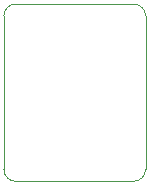
<source format=gbr>
G04 #@! TF.GenerationSoftware,KiCad,Pcbnew,(5.1.6)-1*
G04 #@! TF.CreationDate,2020-12-13T22:38:15+01:00*
G04 #@! TF.ProjectId,RS485,52533438-352e-46b6-9963-61645f706362,rev?*
G04 #@! TF.SameCoordinates,Original*
G04 #@! TF.FileFunction,Profile,NP*
%FSLAX46Y46*%
G04 Gerber Fmt 4.6, Leading zero omitted, Abs format (unit mm)*
G04 Created by KiCad (PCBNEW (5.1.6)-1) date 2020-12-13 22:38:15*
%MOMM*%
%LPD*%
G01*
G04 APERTURE LIST*
G04 #@! TA.AperFunction,Profile*
%ADD10C,0.050000*%
G04 #@! TD*
G04 APERTURE END LIST*
D10*
X149000000Y-95000000D02*
X159000000Y-95000000D01*
X148000000Y-81000000D02*
X148000000Y-94000000D01*
X159000000Y-80000000D02*
X149000000Y-80000000D01*
X160000000Y-94000000D02*
X160000000Y-81000000D01*
X149000000Y-95000000D02*
G75*
G02*
X148000000Y-94000000I0J1000000D01*
G01*
X148000000Y-81000000D02*
G75*
G02*
X149000000Y-80000000I1000000J0D01*
G01*
X159000000Y-80000000D02*
G75*
G02*
X160000000Y-81000000I0J-1000000D01*
G01*
X160000000Y-94000000D02*
G75*
G02*
X159000000Y-95000000I-1000000J0D01*
G01*
M02*

</source>
